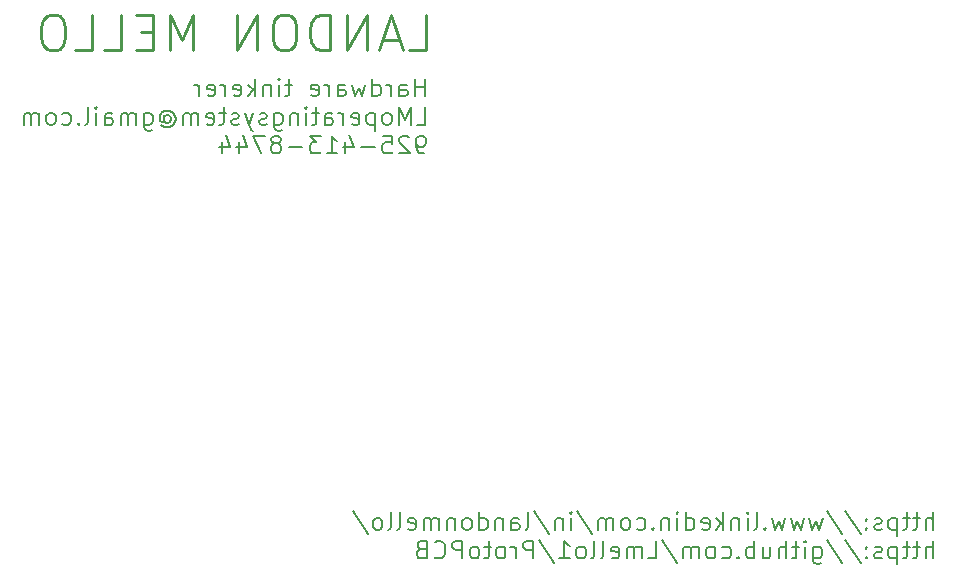
<source format=gbr>
%TF.GenerationSoftware,KiCad,Pcbnew,(6.0.5)*%
%TF.CreationDate,2022-07-14T17:11:25-07:00*%
%TF.ProjectId,PCBbuscard,50434262-7573-4636-9172-642e6b696361,rev?*%
%TF.SameCoordinates,Original*%
%TF.FileFunction,Legend,Bot*%
%TF.FilePolarity,Positive*%
%FSLAX46Y46*%
G04 Gerber Fmt 4.6, Leading zero omitted, Abs format (unit mm)*
G04 Created by KiCad (PCBNEW (6.0.5)) date 2022-07-14 17:11:25*
%MOMM*%
%LPD*%
G01*
G04 APERTURE LIST*
G04 Aperture macros list*
%AMHorizOval*
0 Thick line with rounded ends*
0 $1 width*
0 $2 $3 position (X,Y) of the first rounded end (center of the circle)*
0 $4 $5 position (X,Y) of the second rounded end (center of the circle)*
0 Add line between two ends*
20,1,$1,$2,$3,$4,$5,0*
0 Add two circle primitives to create the rounded ends*
1,1,$1,$2,$3*
1,1,$1,$4,$5*%
%AMRotRect*
0 Rectangle, with rotation*
0 The origin of the aperture is its center*
0 $1 length*
0 $2 width*
0 $3 Rotation angle, in degrees counterclockwise*
0 Add horizontal line*
21,1,$1,$2,0,0,$3*%
G04 Aperture macros list end*
%ADD10C,0.150000*%
%ADD11C,0.250000*%
%ADD12C,3.000000*%
%ADD13RotRect,1.000000X1.000000X45.000000*%
%ADD14HorizOval,1.000000X0.000000X0.000000X0.000000X0.000000X0*%
%ADD15RotRect,1.000000X1.000000X315.000000*%
%ADD16HorizOval,1.000000X0.000000X0.000000X0.000000X0.000000X0*%
%ADD17RotRect,1.000000X1.000000X135.000000*%
%ADD18HorizOval,1.000000X0.000000X0.000000X0.000000X0.000000X0*%
%ADD19RotRect,1.000000X1.000000X225.000000*%
%ADD20HorizOval,1.000000X0.000000X0.000000X0.000000X0.000000X0*%
G04 APERTURE END LIST*
D10*
X184545357Y-121971071D02*
X184545357Y-120471071D01*
X183902500Y-121971071D02*
X183902500Y-121185357D01*
X183973928Y-121042500D01*
X184116785Y-120971071D01*
X184331071Y-120971071D01*
X184473928Y-121042500D01*
X184545357Y-121113928D01*
X183402500Y-120971071D02*
X182831071Y-120971071D01*
X183188214Y-120471071D02*
X183188214Y-121756785D01*
X183116785Y-121899642D01*
X182973928Y-121971071D01*
X182831071Y-121971071D01*
X182545357Y-120971071D02*
X181973928Y-120971071D01*
X182331071Y-120471071D02*
X182331071Y-121756785D01*
X182259642Y-121899642D01*
X182116785Y-121971071D01*
X181973928Y-121971071D01*
X181473928Y-120971071D02*
X181473928Y-122471071D01*
X181473928Y-121042500D02*
X181331071Y-120971071D01*
X181045357Y-120971071D01*
X180902500Y-121042500D01*
X180831071Y-121113928D01*
X180759642Y-121256785D01*
X180759642Y-121685357D01*
X180831071Y-121828214D01*
X180902500Y-121899642D01*
X181045357Y-121971071D01*
X181331071Y-121971071D01*
X181473928Y-121899642D01*
X180188214Y-121899642D02*
X180045357Y-121971071D01*
X179759642Y-121971071D01*
X179616785Y-121899642D01*
X179545357Y-121756785D01*
X179545357Y-121685357D01*
X179616785Y-121542500D01*
X179759642Y-121471071D01*
X179973928Y-121471071D01*
X180116785Y-121399642D01*
X180188214Y-121256785D01*
X180188214Y-121185357D01*
X180116785Y-121042500D01*
X179973928Y-120971071D01*
X179759642Y-120971071D01*
X179616785Y-121042500D01*
X178902500Y-121828214D02*
X178831071Y-121899642D01*
X178902500Y-121971071D01*
X178973928Y-121899642D01*
X178902500Y-121828214D01*
X178902500Y-121971071D01*
X178902500Y-121042500D02*
X178831071Y-121113928D01*
X178902500Y-121185357D01*
X178973928Y-121113928D01*
X178902500Y-121042500D01*
X178902500Y-121185357D01*
X177116785Y-120399642D02*
X178402500Y-122328214D01*
X175545357Y-120399642D02*
X176831071Y-122328214D01*
X175188214Y-120971071D02*
X174902499Y-121971071D01*
X174616785Y-121256785D01*
X174331071Y-121971071D01*
X174045357Y-120971071D01*
X173616785Y-120971071D02*
X173331071Y-121971071D01*
X173045357Y-121256785D01*
X172759642Y-121971071D01*
X172473928Y-120971071D01*
X172045357Y-120971071D02*
X171759642Y-121971071D01*
X171473928Y-121256785D01*
X171188214Y-121971071D01*
X170902499Y-120971071D01*
X170331071Y-121828214D02*
X170259642Y-121899642D01*
X170331071Y-121971071D01*
X170402499Y-121899642D01*
X170331071Y-121828214D01*
X170331071Y-121971071D01*
X169402499Y-121971071D02*
X169545357Y-121899642D01*
X169616785Y-121756785D01*
X169616785Y-120471071D01*
X168831071Y-121971071D02*
X168831071Y-120971071D01*
X168831071Y-120471071D02*
X168902499Y-120542500D01*
X168831071Y-120613928D01*
X168759642Y-120542500D01*
X168831071Y-120471071D01*
X168831071Y-120613928D01*
X168116785Y-120971071D02*
X168116785Y-121971071D01*
X168116785Y-121113928D02*
X168045357Y-121042500D01*
X167902499Y-120971071D01*
X167688214Y-120971071D01*
X167545357Y-121042500D01*
X167473928Y-121185357D01*
X167473928Y-121971071D01*
X166759642Y-121971071D02*
X166759642Y-120471071D01*
X166616785Y-121399642D02*
X166188214Y-121971071D01*
X166188214Y-120971071D02*
X166759642Y-121542500D01*
X164973928Y-121899642D02*
X165116785Y-121971071D01*
X165402499Y-121971071D01*
X165545357Y-121899642D01*
X165616785Y-121756785D01*
X165616785Y-121185357D01*
X165545357Y-121042500D01*
X165402499Y-120971071D01*
X165116785Y-120971071D01*
X164973928Y-121042500D01*
X164902499Y-121185357D01*
X164902499Y-121328214D01*
X165616785Y-121471071D01*
X163616785Y-121971071D02*
X163616785Y-120471071D01*
X163616785Y-121899642D02*
X163759642Y-121971071D01*
X164045357Y-121971071D01*
X164188214Y-121899642D01*
X164259642Y-121828214D01*
X164331071Y-121685357D01*
X164331071Y-121256785D01*
X164259642Y-121113928D01*
X164188214Y-121042500D01*
X164045357Y-120971071D01*
X163759642Y-120971071D01*
X163616785Y-121042500D01*
X162902499Y-121971071D02*
X162902499Y-120971071D01*
X162902499Y-120471071D02*
X162973928Y-120542500D01*
X162902499Y-120613928D01*
X162831071Y-120542500D01*
X162902499Y-120471071D01*
X162902499Y-120613928D01*
X162188214Y-120971071D02*
X162188214Y-121971071D01*
X162188214Y-121113928D02*
X162116785Y-121042500D01*
X161973928Y-120971071D01*
X161759642Y-120971071D01*
X161616785Y-121042500D01*
X161545357Y-121185357D01*
X161545357Y-121971071D01*
X160831071Y-121828214D02*
X160759642Y-121899642D01*
X160831071Y-121971071D01*
X160902499Y-121899642D01*
X160831071Y-121828214D01*
X160831071Y-121971071D01*
X159473928Y-121899642D02*
X159616785Y-121971071D01*
X159902499Y-121971071D01*
X160045357Y-121899642D01*
X160116785Y-121828214D01*
X160188214Y-121685357D01*
X160188214Y-121256785D01*
X160116785Y-121113928D01*
X160045357Y-121042500D01*
X159902499Y-120971071D01*
X159616785Y-120971071D01*
X159473928Y-121042500D01*
X158616785Y-121971071D02*
X158759642Y-121899642D01*
X158831071Y-121828214D01*
X158902499Y-121685357D01*
X158902499Y-121256785D01*
X158831071Y-121113928D01*
X158759642Y-121042500D01*
X158616785Y-120971071D01*
X158402499Y-120971071D01*
X158259642Y-121042500D01*
X158188214Y-121113928D01*
X158116785Y-121256785D01*
X158116785Y-121685357D01*
X158188214Y-121828214D01*
X158259642Y-121899642D01*
X158402499Y-121971071D01*
X158616785Y-121971071D01*
X157473928Y-121971071D02*
X157473928Y-120971071D01*
X157473928Y-121113928D02*
X157402499Y-121042500D01*
X157259642Y-120971071D01*
X157045357Y-120971071D01*
X156902499Y-121042500D01*
X156831071Y-121185357D01*
X156831071Y-121971071D01*
X156831071Y-121185357D02*
X156759642Y-121042500D01*
X156616785Y-120971071D01*
X156402499Y-120971071D01*
X156259642Y-121042500D01*
X156188214Y-121185357D01*
X156188214Y-121971071D01*
X154402499Y-120399642D02*
X155688214Y-122328214D01*
X153902499Y-121971071D02*
X153902499Y-120971071D01*
X153902499Y-120471071D02*
X153973928Y-120542500D01*
X153902499Y-120613928D01*
X153831071Y-120542500D01*
X153902499Y-120471071D01*
X153902499Y-120613928D01*
X153188214Y-120971071D02*
X153188214Y-121971071D01*
X153188214Y-121113928D02*
X153116785Y-121042500D01*
X152973928Y-120971071D01*
X152759642Y-120971071D01*
X152616785Y-121042500D01*
X152545357Y-121185357D01*
X152545357Y-121971071D01*
X150759642Y-120399642D02*
X152045357Y-122328214D01*
X150045357Y-121971071D02*
X150188214Y-121899642D01*
X150259642Y-121756785D01*
X150259642Y-120471071D01*
X148831071Y-121971071D02*
X148831071Y-121185357D01*
X148902499Y-121042500D01*
X149045357Y-120971071D01*
X149331071Y-120971071D01*
X149473928Y-121042500D01*
X148831071Y-121899642D02*
X148973928Y-121971071D01*
X149331071Y-121971071D01*
X149473928Y-121899642D01*
X149545357Y-121756785D01*
X149545357Y-121613928D01*
X149473928Y-121471071D01*
X149331071Y-121399642D01*
X148973928Y-121399642D01*
X148831071Y-121328214D01*
X148116785Y-120971071D02*
X148116785Y-121971071D01*
X148116785Y-121113928D02*
X148045357Y-121042500D01*
X147902499Y-120971071D01*
X147688214Y-120971071D01*
X147545357Y-121042500D01*
X147473928Y-121185357D01*
X147473928Y-121971071D01*
X146116785Y-121971071D02*
X146116785Y-120471071D01*
X146116785Y-121899642D02*
X146259642Y-121971071D01*
X146545357Y-121971071D01*
X146688214Y-121899642D01*
X146759642Y-121828214D01*
X146831071Y-121685357D01*
X146831071Y-121256785D01*
X146759642Y-121113928D01*
X146688214Y-121042500D01*
X146545357Y-120971071D01*
X146259642Y-120971071D01*
X146116785Y-121042500D01*
X145188214Y-121971071D02*
X145331071Y-121899642D01*
X145402499Y-121828214D01*
X145473928Y-121685357D01*
X145473928Y-121256785D01*
X145402499Y-121113928D01*
X145331071Y-121042500D01*
X145188214Y-120971071D01*
X144973928Y-120971071D01*
X144831071Y-121042500D01*
X144759642Y-121113928D01*
X144688214Y-121256785D01*
X144688214Y-121685357D01*
X144759642Y-121828214D01*
X144831071Y-121899642D01*
X144973928Y-121971071D01*
X145188214Y-121971071D01*
X144045357Y-120971071D02*
X144045357Y-121971071D01*
X144045357Y-121113928D02*
X143973928Y-121042500D01*
X143831071Y-120971071D01*
X143616785Y-120971071D01*
X143473928Y-121042500D01*
X143402499Y-121185357D01*
X143402499Y-121971071D01*
X142688214Y-121971071D02*
X142688214Y-120971071D01*
X142688214Y-121113928D02*
X142616785Y-121042500D01*
X142473928Y-120971071D01*
X142259642Y-120971071D01*
X142116785Y-121042500D01*
X142045357Y-121185357D01*
X142045357Y-121971071D01*
X142045357Y-121185357D02*
X141973928Y-121042500D01*
X141831071Y-120971071D01*
X141616785Y-120971071D01*
X141473928Y-121042500D01*
X141402499Y-121185357D01*
X141402499Y-121971071D01*
X140116785Y-121899642D02*
X140259642Y-121971071D01*
X140545357Y-121971071D01*
X140688214Y-121899642D01*
X140759642Y-121756785D01*
X140759642Y-121185357D01*
X140688214Y-121042500D01*
X140545357Y-120971071D01*
X140259642Y-120971071D01*
X140116785Y-121042500D01*
X140045357Y-121185357D01*
X140045357Y-121328214D01*
X140759642Y-121471071D01*
X139188214Y-121971071D02*
X139331071Y-121899642D01*
X139402499Y-121756785D01*
X139402499Y-120471071D01*
X138402499Y-121971071D02*
X138545357Y-121899642D01*
X138616785Y-121756785D01*
X138616785Y-120471071D01*
X137616785Y-121971071D02*
X137759642Y-121899642D01*
X137831071Y-121828214D01*
X137902499Y-121685357D01*
X137902499Y-121256785D01*
X137831071Y-121113928D01*
X137759642Y-121042500D01*
X137616785Y-120971071D01*
X137402499Y-120971071D01*
X137259642Y-121042500D01*
X137188214Y-121113928D01*
X137116785Y-121256785D01*
X137116785Y-121685357D01*
X137188214Y-121828214D01*
X137259642Y-121899642D01*
X137402499Y-121971071D01*
X137616785Y-121971071D01*
X135402499Y-120399642D02*
X136688214Y-122328214D01*
X184545357Y-124386071D02*
X184545357Y-122886071D01*
X183902500Y-124386071D02*
X183902500Y-123600357D01*
X183973928Y-123457500D01*
X184116785Y-123386071D01*
X184331071Y-123386071D01*
X184473928Y-123457500D01*
X184545357Y-123528928D01*
X183402500Y-123386071D02*
X182831071Y-123386071D01*
X183188214Y-122886071D02*
X183188214Y-124171785D01*
X183116785Y-124314642D01*
X182973928Y-124386071D01*
X182831071Y-124386071D01*
X182545357Y-123386071D02*
X181973928Y-123386071D01*
X182331071Y-122886071D02*
X182331071Y-124171785D01*
X182259642Y-124314642D01*
X182116785Y-124386071D01*
X181973928Y-124386071D01*
X181473928Y-123386071D02*
X181473928Y-124886071D01*
X181473928Y-123457500D02*
X181331071Y-123386071D01*
X181045357Y-123386071D01*
X180902500Y-123457500D01*
X180831071Y-123528928D01*
X180759642Y-123671785D01*
X180759642Y-124100357D01*
X180831071Y-124243214D01*
X180902500Y-124314642D01*
X181045357Y-124386071D01*
X181331071Y-124386071D01*
X181473928Y-124314642D01*
X180188214Y-124314642D02*
X180045357Y-124386071D01*
X179759642Y-124386071D01*
X179616785Y-124314642D01*
X179545357Y-124171785D01*
X179545357Y-124100357D01*
X179616785Y-123957500D01*
X179759642Y-123886071D01*
X179973928Y-123886071D01*
X180116785Y-123814642D01*
X180188214Y-123671785D01*
X180188214Y-123600357D01*
X180116785Y-123457500D01*
X179973928Y-123386071D01*
X179759642Y-123386071D01*
X179616785Y-123457500D01*
X178902500Y-124243214D02*
X178831071Y-124314642D01*
X178902500Y-124386071D01*
X178973928Y-124314642D01*
X178902500Y-124243214D01*
X178902500Y-124386071D01*
X178902500Y-123457500D02*
X178831071Y-123528928D01*
X178902500Y-123600357D01*
X178973928Y-123528928D01*
X178902500Y-123457500D01*
X178902500Y-123600357D01*
X177116785Y-122814642D02*
X178402500Y-124743214D01*
X175545357Y-122814642D02*
X176831071Y-124743214D01*
X174402500Y-123386071D02*
X174402500Y-124600357D01*
X174473928Y-124743214D01*
X174545357Y-124814642D01*
X174688214Y-124886071D01*
X174902500Y-124886071D01*
X175045357Y-124814642D01*
X174402500Y-124314642D02*
X174545357Y-124386071D01*
X174831071Y-124386071D01*
X174973928Y-124314642D01*
X175045357Y-124243214D01*
X175116785Y-124100357D01*
X175116785Y-123671785D01*
X175045357Y-123528928D01*
X174973928Y-123457500D01*
X174831071Y-123386071D01*
X174545357Y-123386071D01*
X174402500Y-123457500D01*
X173688214Y-124386071D02*
X173688214Y-123386071D01*
X173688214Y-122886071D02*
X173759642Y-122957500D01*
X173688214Y-123028928D01*
X173616785Y-122957500D01*
X173688214Y-122886071D01*
X173688214Y-123028928D01*
X173188214Y-123386071D02*
X172616785Y-123386071D01*
X172973928Y-122886071D02*
X172973928Y-124171785D01*
X172902500Y-124314642D01*
X172759642Y-124386071D01*
X172616785Y-124386071D01*
X172116785Y-124386071D02*
X172116785Y-122886071D01*
X171473928Y-124386071D02*
X171473928Y-123600357D01*
X171545357Y-123457500D01*
X171688214Y-123386071D01*
X171902500Y-123386071D01*
X172045357Y-123457500D01*
X172116785Y-123528928D01*
X170116785Y-123386071D02*
X170116785Y-124386071D01*
X170759642Y-123386071D02*
X170759642Y-124171785D01*
X170688214Y-124314642D01*
X170545357Y-124386071D01*
X170331071Y-124386071D01*
X170188214Y-124314642D01*
X170116785Y-124243214D01*
X169402500Y-124386071D02*
X169402500Y-122886071D01*
X169402500Y-123457500D02*
X169259642Y-123386071D01*
X168973928Y-123386071D01*
X168831071Y-123457500D01*
X168759642Y-123528928D01*
X168688214Y-123671785D01*
X168688214Y-124100357D01*
X168759642Y-124243214D01*
X168831071Y-124314642D01*
X168973928Y-124386071D01*
X169259642Y-124386071D01*
X169402500Y-124314642D01*
X168045357Y-124243214D02*
X167973928Y-124314642D01*
X168045357Y-124386071D01*
X168116785Y-124314642D01*
X168045357Y-124243214D01*
X168045357Y-124386071D01*
X166688214Y-124314642D02*
X166831071Y-124386071D01*
X167116785Y-124386071D01*
X167259642Y-124314642D01*
X167331071Y-124243214D01*
X167402500Y-124100357D01*
X167402500Y-123671785D01*
X167331071Y-123528928D01*
X167259642Y-123457500D01*
X167116785Y-123386071D01*
X166831071Y-123386071D01*
X166688214Y-123457500D01*
X165831071Y-124386071D02*
X165973928Y-124314642D01*
X166045357Y-124243214D01*
X166116785Y-124100357D01*
X166116785Y-123671785D01*
X166045357Y-123528928D01*
X165973928Y-123457500D01*
X165831071Y-123386071D01*
X165616785Y-123386071D01*
X165473928Y-123457500D01*
X165402500Y-123528928D01*
X165331071Y-123671785D01*
X165331071Y-124100357D01*
X165402500Y-124243214D01*
X165473928Y-124314642D01*
X165616785Y-124386071D01*
X165831071Y-124386071D01*
X164688214Y-124386071D02*
X164688214Y-123386071D01*
X164688214Y-123528928D02*
X164616785Y-123457500D01*
X164473928Y-123386071D01*
X164259642Y-123386071D01*
X164116785Y-123457500D01*
X164045357Y-123600357D01*
X164045357Y-124386071D01*
X164045357Y-123600357D02*
X163973928Y-123457500D01*
X163831071Y-123386071D01*
X163616785Y-123386071D01*
X163473928Y-123457500D01*
X163402500Y-123600357D01*
X163402500Y-124386071D01*
X161616785Y-122814642D02*
X162902500Y-124743214D01*
X160402500Y-124386071D02*
X161116785Y-124386071D01*
X161116785Y-122886071D01*
X159902500Y-124386071D02*
X159902500Y-123386071D01*
X159902500Y-123528928D02*
X159831071Y-123457500D01*
X159688214Y-123386071D01*
X159473928Y-123386071D01*
X159331071Y-123457500D01*
X159259642Y-123600357D01*
X159259642Y-124386071D01*
X159259642Y-123600357D02*
X159188214Y-123457500D01*
X159045357Y-123386071D01*
X158831071Y-123386071D01*
X158688214Y-123457500D01*
X158616785Y-123600357D01*
X158616785Y-124386071D01*
X157331071Y-124314642D02*
X157473928Y-124386071D01*
X157759642Y-124386071D01*
X157902500Y-124314642D01*
X157973928Y-124171785D01*
X157973928Y-123600357D01*
X157902500Y-123457500D01*
X157759642Y-123386071D01*
X157473928Y-123386071D01*
X157331071Y-123457500D01*
X157259642Y-123600357D01*
X157259642Y-123743214D01*
X157973928Y-123886071D01*
X156402500Y-124386071D02*
X156545357Y-124314642D01*
X156616785Y-124171785D01*
X156616785Y-122886071D01*
X155616785Y-124386071D02*
X155759642Y-124314642D01*
X155831071Y-124171785D01*
X155831071Y-122886071D01*
X154831071Y-124386071D02*
X154973928Y-124314642D01*
X155045357Y-124243214D01*
X155116785Y-124100357D01*
X155116785Y-123671785D01*
X155045357Y-123528928D01*
X154973928Y-123457500D01*
X154831071Y-123386071D01*
X154616785Y-123386071D01*
X154473928Y-123457500D01*
X154402500Y-123528928D01*
X154331071Y-123671785D01*
X154331071Y-124100357D01*
X154402500Y-124243214D01*
X154473928Y-124314642D01*
X154616785Y-124386071D01*
X154831071Y-124386071D01*
X152902500Y-124386071D02*
X153759642Y-124386071D01*
X153331071Y-124386071D02*
X153331071Y-122886071D01*
X153473928Y-123100357D01*
X153616785Y-123243214D01*
X153759642Y-123314642D01*
X151188214Y-122814642D02*
X152473928Y-124743214D01*
X150688214Y-124386071D02*
X150688214Y-122886071D01*
X150116785Y-122886071D01*
X149973928Y-122957500D01*
X149902500Y-123028928D01*
X149831071Y-123171785D01*
X149831071Y-123386071D01*
X149902500Y-123528928D01*
X149973928Y-123600357D01*
X150116785Y-123671785D01*
X150688214Y-123671785D01*
X149188214Y-124386071D02*
X149188214Y-123386071D01*
X149188214Y-123671785D02*
X149116785Y-123528928D01*
X149045357Y-123457500D01*
X148902500Y-123386071D01*
X148759642Y-123386071D01*
X148045357Y-124386071D02*
X148188214Y-124314642D01*
X148259642Y-124243214D01*
X148331071Y-124100357D01*
X148331071Y-123671785D01*
X148259642Y-123528928D01*
X148188214Y-123457500D01*
X148045357Y-123386071D01*
X147831071Y-123386071D01*
X147688214Y-123457500D01*
X147616785Y-123528928D01*
X147545357Y-123671785D01*
X147545357Y-124100357D01*
X147616785Y-124243214D01*
X147688214Y-124314642D01*
X147831071Y-124386071D01*
X148045357Y-124386071D01*
X147116785Y-123386071D02*
X146545357Y-123386071D01*
X146902500Y-122886071D02*
X146902500Y-124171785D01*
X146831071Y-124314642D01*
X146688214Y-124386071D01*
X146545357Y-124386071D01*
X145831071Y-124386071D02*
X145973928Y-124314642D01*
X146045357Y-124243214D01*
X146116785Y-124100357D01*
X146116785Y-123671785D01*
X146045357Y-123528928D01*
X145973928Y-123457500D01*
X145831071Y-123386071D01*
X145616785Y-123386071D01*
X145473928Y-123457500D01*
X145402500Y-123528928D01*
X145331071Y-123671785D01*
X145331071Y-124100357D01*
X145402500Y-124243214D01*
X145473928Y-124314642D01*
X145616785Y-124386071D01*
X145831071Y-124386071D01*
X144688214Y-124386071D02*
X144688214Y-122886071D01*
X144116785Y-122886071D01*
X143973928Y-122957500D01*
X143902500Y-123028928D01*
X143831071Y-123171785D01*
X143831071Y-123386071D01*
X143902500Y-123528928D01*
X143973928Y-123600357D01*
X144116785Y-123671785D01*
X144688214Y-123671785D01*
X142331071Y-124243214D02*
X142402500Y-124314642D01*
X142616785Y-124386071D01*
X142759642Y-124386071D01*
X142973928Y-124314642D01*
X143116785Y-124171785D01*
X143188214Y-124028928D01*
X143259642Y-123743214D01*
X143259642Y-123528928D01*
X143188214Y-123243214D01*
X143116785Y-123100357D01*
X142973928Y-122957500D01*
X142759642Y-122886071D01*
X142616785Y-122886071D01*
X142402500Y-122957500D01*
X142331071Y-123028928D01*
X141188214Y-123600357D02*
X140973928Y-123671785D01*
X140902500Y-123743214D01*
X140831071Y-123886071D01*
X140831071Y-124100357D01*
X140902500Y-124243214D01*
X140973928Y-124314642D01*
X141116785Y-124386071D01*
X141688214Y-124386071D01*
X141688214Y-122886071D01*
X141188214Y-122886071D01*
X141045357Y-122957500D01*
X140973928Y-123028928D01*
X140902500Y-123171785D01*
X140902500Y-123314642D01*
X140973928Y-123457500D01*
X141045357Y-123528928D01*
X141188214Y-123600357D01*
X141688214Y-123600357D01*
X141545357Y-85263571D02*
X141545357Y-83763571D01*
X141545357Y-84477857D02*
X140688214Y-84477857D01*
X140688214Y-85263571D02*
X140688214Y-83763571D01*
X139331071Y-85263571D02*
X139331071Y-84477857D01*
X139402500Y-84335000D01*
X139545357Y-84263571D01*
X139831071Y-84263571D01*
X139973928Y-84335000D01*
X139331071Y-85192142D02*
X139473928Y-85263571D01*
X139831071Y-85263571D01*
X139973928Y-85192142D01*
X140045357Y-85049285D01*
X140045357Y-84906428D01*
X139973928Y-84763571D01*
X139831071Y-84692142D01*
X139473928Y-84692142D01*
X139331071Y-84620714D01*
X138616785Y-85263571D02*
X138616785Y-84263571D01*
X138616785Y-84549285D02*
X138545357Y-84406428D01*
X138473928Y-84335000D01*
X138331071Y-84263571D01*
X138188214Y-84263571D01*
X137045357Y-85263571D02*
X137045357Y-83763571D01*
X137045357Y-85192142D02*
X137188214Y-85263571D01*
X137473928Y-85263571D01*
X137616785Y-85192142D01*
X137688214Y-85120714D01*
X137759642Y-84977857D01*
X137759642Y-84549285D01*
X137688214Y-84406428D01*
X137616785Y-84335000D01*
X137473928Y-84263571D01*
X137188214Y-84263571D01*
X137045357Y-84335000D01*
X136473928Y-84263571D02*
X136188214Y-85263571D01*
X135902500Y-84549285D01*
X135616785Y-85263571D01*
X135331071Y-84263571D01*
X134116785Y-85263571D02*
X134116785Y-84477857D01*
X134188214Y-84335000D01*
X134331071Y-84263571D01*
X134616785Y-84263571D01*
X134759642Y-84335000D01*
X134116785Y-85192142D02*
X134259642Y-85263571D01*
X134616785Y-85263571D01*
X134759642Y-85192142D01*
X134831071Y-85049285D01*
X134831071Y-84906428D01*
X134759642Y-84763571D01*
X134616785Y-84692142D01*
X134259642Y-84692142D01*
X134116785Y-84620714D01*
X133402500Y-85263571D02*
X133402500Y-84263571D01*
X133402500Y-84549285D02*
X133331071Y-84406428D01*
X133259642Y-84335000D01*
X133116785Y-84263571D01*
X132973928Y-84263571D01*
X131902500Y-85192142D02*
X132045357Y-85263571D01*
X132331071Y-85263571D01*
X132473928Y-85192142D01*
X132545357Y-85049285D01*
X132545357Y-84477857D01*
X132473928Y-84335000D01*
X132331071Y-84263571D01*
X132045357Y-84263571D01*
X131902500Y-84335000D01*
X131831071Y-84477857D01*
X131831071Y-84620714D01*
X132545357Y-84763571D01*
X130259642Y-84263571D02*
X129688214Y-84263571D01*
X130045357Y-83763571D02*
X130045357Y-85049285D01*
X129973928Y-85192142D01*
X129831071Y-85263571D01*
X129688214Y-85263571D01*
X129188214Y-85263571D02*
X129188214Y-84263571D01*
X129188214Y-83763571D02*
X129259642Y-83835000D01*
X129188214Y-83906428D01*
X129116785Y-83835000D01*
X129188214Y-83763571D01*
X129188214Y-83906428D01*
X128473928Y-84263571D02*
X128473928Y-85263571D01*
X128473928Y-84406428D02*
X128402500Y-84335000D01*
X128259642Y-84263571D01*
X128045357Y-84263571D01*
X127902500Y-84335000D01*
X127831071Y-84477857D01*
X127831071Y-85263571D01*
X127116785Y-85263571D02*
X127116785Y-83763571D01*
X126973928Y-84692142D02*
X126545357Y-85263571D01*
X126545357Y-84263571D02*
X127116785Y-84835000D01*
X125331071Y-85192142D02*
X125473928Y-85263571D01*
X125759642Y-85263571D01*
X125902500Y-85192142D01*
X125973928Y-85049285D01*
X125973928Y-84477857D01*
X125902500Y-84335000D01*
X125759642Y-84263571D01*
X125473928Y-84263571D01*
X125331071Y-84335000D01*
X125259642Y-84477857D01*
X125259642Y-84620714D01*
X125973928Y-84763571D01*
X124616785Y-85263571D02*
X124616785Y-84263571D01*
X124616785Y-84549285D02*
X124545357Y-84406428D01*
X124473928Y-84335000D01*
X124331071Y-84263571D01*
X124188214Y-84263571D01*
X123116785Y-85192142D02*
X123259642Y-85263571D01*
X123545357Y-85263571D01*
X123688214Y-85192142D01*
X123759642Y-85049285D01*
X123759642Y-84477857D01*
X123688214Y-84335000D01*
X123545357Y-84263571D01*
X123259642Y-84263571D01*
X123116785Y-84335000D01*
X123045357Y-84477857D01*
X123045357Y-84620714D01*
X123759642Y-84763571D01*
X122402500Y-85263571D02*
X122402500Y-84263571D01*
X122402500Y-84549285D02*
X122331071Y-84406428D01*
X122259642Y-84335000D01*
X122116785Y-84263571D01*
X121973928Y-84263571D01*
X140831071Y-87678571D02*
X141545357Y-87678571D01*
X141545357Y-86178571D01*
X140331071Y-87678571D02*
X140331071Y-86178571D01*
X139831071Y-87250000D01*
X139331071Y-86178571D01*
X139331071Y-87678571D01*
X138402500Y-87678571D02*
X138545357Y-87607142D01*
X138616785Y-87535714D01*
X138688214Y-87392857D01*
X138688214Y-86964285D01*
X138616785Y-86821428D01*
X138545357Y-86750000D01*
X138402500Y-86678571D01*
X138188214Y-86678571D01*
X138045357Y-86750000D01*
X137973928Y-86821428D01*
X137902500Y-86964285D01*
X137902500Y-87392857D01*
X137973928Y-87535714D01*
X138045357Y-87607142D01*
X138188214Y-87678571D01*
X138402500Y-87678571D01*
X137259642Y-86678571D02*
X137259642Y-88178571D01*
X137259642Y-86750000D02*
X137116785Y-86678571D01*
X136831071Y-86678571D01*
X136688214Y-86750000D01*
X136616785Y-86821428D01*
X136545357Y-86964285D01*
X136545357Y-87392857D01*
X136616785Y-87535714D01*
X136688214Y-87607142D01*
X136831071Y-87678571D01*
X137116785Y-87678571D01*
X137259642Y-87607142D01*
X135331071Y-87607142D02*
X135473928Y-87678571D01*
X135759642Y-87678571D01*
X135902500Y-87607142D01*
X135973928Y-87464285D01*
X135973928Y-86892857D01*
X135902500Y-86750000D01*
X135759642Y-86678571D01*
X135473928Y-86678571D01*
X135331071Y-86750000D01*
X135259642Y-86892857D01*
X135259642Y-87035714D01*
X135973928Y-87178571D01*
X134616785Y-87678571D02*
X134616785Y-86678571D01*
X134616785Y-86964285D02*
X134545357Y-86821428D01*
X134473928Y-86750000D01*
X134331071Y-86678571D01*
X134188214Y-86678571D01*
X133045357Y-87678571D02*
X133045357Y-86892857D01*
X133116785Y-86750000D01*
X133259642Y-86678571D01*
X133545357Y-86678571D01*
X133688214Y-86750000D01*
X133045357Y-87607142D02*
X133188214Y-87678571D01*
X133545357Y-87678571D01*
X133688214Y-87607142D01*
X133759642Y-87464285D01*
X133759642Y-87321428D01*
X133688214Y-87178571D01*
X133545357Y-87107142D01*
X133188214Y-87107142D01*
X133045357Y-87035714D01*
X132545357Y-86678571D02*
X131973928Y-86678571D01*
X132331071Y-86178571D02*
X132331071Y-87464285D01*
X132259642Y-87607142D01*
X132116785Y-87678571D01*
X131973928Y-87678571D01*
X131473928Y-87678571D02*
X131473928Y-86678571D01*
X131473928Y-86178571D02*
X131545357Y-86250000D01*
X131473928Y-86321428D01*
X131402500Y-86250000D01*
X131473928Y-86178571D01*
X131473928Y-86321428D01*
X130759642Y-86678571D02*
X130759642Y-87678571D01*
X130759642Y-86821428D02*
X130688214Y-86750000D01*
X130545357Y-86678571D01*
X130331071Y-86678571D01*
X130188214Y-86750000D01*
X130116785Y-86892857D01*
X130116785Y-87678571D01*
X128759642Y-86678571D02*
X128759642Y-87892857D01*
X128831071Y-88035714D01*
X128902500Y-88107142D01*
X129045357Y-88178571D01*
X129259642Y-88178571D01*
X129402500Y-88107142D01*
X128759642Y-87607142D02*
X128902500Y-87678571D01*
X129188214Y-87678571D01*
X129331071Y-87607142D01*
X129402500Y-87535714D01*
X129473928Y-87392857D01*
X129473928Y-86964285D01*
X129402500Y-86821428D01*
X129331071Y-86750000D01*
X129188214Y-86678571D01*
X128902500Y-86678571D01*
X128759642Y-86750000D01*
X128116785Y-87607142D02*
X127973928Y-87678571D01*
X127688214Y-87678571D01*
X127545357Y-87607142D01*
X127473928Y-87464285D01*
X127473928Y-87392857D01*
X127545357Y-87250000D01*
X127688214Y-87178571D01*
X127902500Y-87178571D01*
X128045357Y-87107142D01*
X128116785Y-86964285D01*
X128116785Y-86892857D01*
X128045357Y-86750000D01*
X127902500Y-86678571D01*
X127688214Y-86678571D01*
X127545357Y-86750000D01*
X126973928Y-86678571D02*
X126616785Y-87678571D01*
X126259642Y-86678571D02*
X126616785Y-87678571D01*
X126759642Y-88035714D01*
X126831071Y-88107142D01*
X126973928Y-88178571D01*
X125759642Y-87607142D02*
X125616785Y-87678571D01*
X125331071Y-87678571D01*
X125188214Y-87607142D01*
X125116785Y-87464285D01*
X125116785Y-87392857D01*
X125188214Y-87250000D01*
X125331071Y-87178571D01*
X125545357Y-87178571D01*
X125688214Y-87107142D01*
X125759642Y-86964285D01*
X125759642Y-86892857D01*
X125688214Y-86750000D01*
X125545357Y-86678571D01*
X125331071Y-86678571D01*
X125188214Y-86750000D01*
X124688214Y-86678571D02*
X124116785Y-86678571D01*
X124473928Y-86178571D02*
X124473928Y-87464285D01*
X124402500Y-87607142D01*
X124259642Y-87678571D01*
X124116785Y-87678571D01*
X123045357Y-87607142D02*
X123188214Y-87678571D01*
X123473928Y-87678571D01*
X123616785Y-87607142D01*
X123688214Y-87464285D01*
X123688214Y-86892857D01*
X123616785Y-86750000D01*
X123473928Y-86678571D01*
X123188214Y-86678571D01*
X123045357Y-86750000D01*
X122973928Y-86892857D01*
X122973928Y-87035714D01*
X123688214Y-87178571D01*
X122331071Y-87678571D02*
X122331071Y-86678571D01*
X122331071Y-86821428D02*
X122259642Y-86750000D01*
X122116785Y-86678571D01*
X121902500Y-86678571D01*
X121759642Y-86750000D01*
X121688214Y-86892857D01*
X121688214Y-87678571D01*
X121688214Y-86892857D02*
X121616785Y-86750000D01*
X121473928Y-86678571D01*
X121259642Y-86678571D01*
X121116785Y-86750000D01*
X121045357Y-86892857D01*
X121045357Y-87678571D01*
X119402500Y-86964285D02*
X119473928Y-86892857D01*
X119616785Y-86821428D01*
X119759642Y-86821428D01*
X119902500Y-86892857D01*
X119973928Y-86964285D01*
X120045357Y-87107142D01*
X120045357Y-87250000D01*
X119973928Y-87392857D01*
X119902500Y-87464285D01*
X119759642Y-87535714D01*
X119616785Y-87535714D01*
X119473928Y-87464285D01*
X119402500Y-87392857D01*
X119402500Y-86821428D02*
X119402500Y-87392857D01*
X119331071Y-87464285D01*
X119259642Y-87464285D01*
X119116785Y-87392857D01*
X119045357Y-87250000D01*
X119045357Y-86892857D01*
X119188214Y-86678571D01*
X119402500Y-86535714D01*
X119688214Y-86464285D01*
X119973928Y-86535714D01*
X120188214Y-86678571D01*
X120331071Y-86892857D01*
X120402500Y-87178571D01*
X120331071Y-87464285D01*
X120188214Y-87678571D01*
X119973928Y-87821428D01*
X119688214Y-87892857D01*
X119402500Y-87821428D01*
X119188214Y-87678571D01*
X117759642Y-86678571D02*
X117759642Y-87892857D01*
X117831071Y-88035714D01*
X117902500Y-88107142D01*
X118045357Y-88178571D01*
X118259642Y-88178571D01*
X118402500Y-88107142D01*
X117759642Y-87607142D02*
X117902500Y-87678571D01*
X118188214Y-87678571D01*
X118331071Y-87607142D01*
X118402500Y-87535714D01*
X118473928Y-87392857D01*
X118473928Y-86964285D01*
X118402500Y-86821428D01*
X118331071Y-86750000D01*
X118188214Y-86678571D01*
X117902500Y-86678571D01*
X117759642Y-86750000D01*
X117045357Y-87678571D02*
X117045357Y-86678571D01*
X117045357Y-86821428D02*
X116973928Y-86750000D01*
X116831071Y-86678571D01*
X116616785Y-86678571D01*
X116473928Y-86750000D01*
X116402500Y-86892857D01*
X116402500Y-87678571D01*
X116402500Y-86892857D02*
X116331071Y-86750000D01*
X116188214Y-86678571D01*
X115973928Y-86678571D01*
X115831071Y-86750000D01*
X115759642Y-86892857D01*
X115759642Y-87678571D01*
X114402500Y-87678571D02*
X114402500Y-86892857D01*
X114473928Y-86750000D01*
X114616785Y-86678571D01*
X114902500Y-86678571D01*
X115045357Y-86750000D01*
X114402500Y-87607142D02*
X114545357Y-87678571D01*
X114902500Y-87678571D01*
X115045357Y-87607142D01*
X115116785Y-87464285D01*
X115116785Y-87321428D01*
X115045357Y-87178571D01*
X114902500Y-87107142D01*
X114545357Y-87107142D01*
X114402500Y-87035714D01*
X113688214Y-87678571D02*
X113688214Y-86678571D01*
X113688214Y-86178571D02*
X113759642Y-86250000D01*
X113688214Y-86321428D01*
X113616785Y-86250000D01*
X113688214Y-86178571D01*
X113688214Y-86321428D01*
X112759642Y-87678571D02*
X112902500Y-87607142D01*
X112973928Y-87464285D01*
X112973928Y-86178571D01*
X112188214Y-87535714D02*
X112116785Y-87607142D01*
X112188214Y-87678571D01*
X112259642Y-87607142D01*
X112188214Y-87535714D01*
X112188214Y-87678571D01*
X110831071Y-87607142D02*
X110973928Y-87678571D01*
X111259642Y-87678571D01*
X111402500Y-87607142D01*
X111473928Y-87535714D01*
X111545357Y-87392857D01*
X111545357Y-86964285D01*
X111473928Y-86821428D01*
X111402500Y-86750000D01*
X111259642Y-86678571D01*
X110973928Y-86678571D01*
X110831071Y-86750000D01*
X109973928Y-87678571D02*
X110116785Y-87607142D01*
X110188214Y-87535714D01*
X110259642Y-87392857D01*
X110259642Y-86964285D01*
X110188214Y-86821428D01*
X110116785Y-86750000D01*
X109973928Y-86678571D01*
X109759642Y-86678571D01*
X109616785Y-86750000D01*
X109545357Y-86821428D01*
X109473928Y-86964285D01*
X109473928Y-87392857D01*
X109545357Y-87535714D01*
X109616785Y-87607142D01*
X109759642Y-87678571D01*
X109973928Y-87678571D01*
X108831071Y-87678571D02*
X108831071Y-86678571D01*
X108831071Y-86821428D02*
X108759642Y-86750000D01*
X108616785Y-86678571D01*
X108402500Y-86678571D01*
X108259642Y-86750000D01*
X108188214Y-86892857D01*
X108188214Y-87678571D01*
X108188214Y-86892857D02*
X108116785Y-86750000D01*
X107973928Y-86678571D01*
X107759642Y-86678571D01*
X107616785Y-86750000D01*
X107545357Y-86892857D01*
X107545357Y-87678571D01*
X141473928Y-90093571D02*
X141188214Y-90093571D01*
X141045357Y-90022142D01*
X140973928Y-89950714D01*
X140831071Y-89736428D01*
X140759642Y-89450714D01*
X140759642Y-88879285D01*
X140831071Y-88736428D01*
X140902500Y-88665000D01*
X141045357Y-88593571D01*
X141331071Y-88593571D01*
X141473928Y-88665000D01*
X141545357Y-88736428D01*
X141616785Y-88879285D01*
X141616785Y-89236428D01*
X141545357Y-89379285D01*
X141473928Y-89450714D01*
X141331071Y-89522142D01*
X141045357Y-89522142D01*
X140902500Y-89450714D01*
X140831071Y-89379285D01*
X140759642Y-89236428D01*
X140188214Y-88736428D02*
X140116785Y-88665000D01*
X139973928Y-88593571D01*
X139616785Y-88593571D01*
X139473928Y-88665000D01*
X139402500Y-88736428D01*
X139331071Y-88879285D01*
X139331071Y-89022142D01*
X139402500Y-89236428D01*
X140259642Y-90093571D01*
X139331071Y-90093571D01*
X137973928Y-88593571D02*
X138688214Y-88593571D01*
X138759642Y-89307857D01*
X138688214Y-89236428D01*
X138545357Y-89165000D01*
X138188214Y-89165000D01*
X138045357Y-89236428D01*
X137973928Y-89307857D01*
X137902500Y-89450714D01*
X137902500Y-89807857D01*
X137973928Y-89950714D01*
X138045357Y-90022142D01*
X138188214Y-90093571D01*
X138545357Y-90093571D01*
X138688214Y-90022142D01*
X138759642Y-89950714D01*
X137259642Y-89522142D02*
X136116785Y-89522142D01*
X134759642Y-89093571D02*
X134759642Y-90093571D01*
X135116785Y-88522142D02*
X135473928Y-89593571D01*
X134545357Y-89593571D01*
X133188214Y-90093571D02*
X134045357Y-90093571D01*
X133616785Y-90093571D02*
X133616785Y-88593571D01*
X133759642Y-88807857D01*
X133902500Y-88950714D01*
X134045357Y-89022142D01*
X132688214Y-88593571D02*
X131759642Y-88593571D01*
X132259642Y-89165000D01*
X132045357Y-89165000D01*
X131902500Y-89236428D01*
X131831071Y-89307857D01*
X131759642Y-89450714D01*
X131759642Y-89807857D01*
X131831071Y-89950714D01*
X131902500Y-90022142D01*
X132045357Y-90093571D01*
X132473928Y-90093571D01*
X132616785Y-90022142D01*
X132688214Y-89950714D01*
X131116785Y-89522142D02*
X129973928Y-89522142D01*
X129045357Y-89236428D02*
X129188214Y-89165000D01*
X129259642Y-89093571D01*
X129331071Y-88950714D01*
X129331071Y-88879285D01*
X129259642Y-88736428D01*
X129188214Y-88665000D01*
X129045357Y-88593571D01*
X128759642Y-88593571D01*
X128616785Y-88665000D01*
X128545357Y-88736428D01*
X128473928Y-88879285D01*
X128473928Y-88950714D01*
X128545357Y-89093571D01*
X128616785Y-89165000D01*
X128759642Y-89236428D01*
X129045357Y-89236428D01*
X129188214Y-89307857D01*
X129259642Y-89379285D01*
X129331071Y-89522142D01*
X129331071Y-89807857D01*
X129259642Y-89950714D01*
X129188214Y-90022142D01*
X129045357Y-90093571D01*
X128759642Y-90093571D01*
X128616785Y-90022142D01*
X128545357Y-89950714D01*
X128473928Y-89807857D01*
X128473928Y-89522142D01*
X128545357Y-89379285D01*
X128616785Y-89307857D01*
X128759642Y-89236428D01*
X127973928Y-88593571D02*
X126973928Y-88593571D01*
X127616785Y-90093571D01*
X125759642Y-89093571D02*
X125759642Y-90093571D01*
X126116785Y-88522142D02*
X126473928Y-89593571D01*
X125545357Y-89593571D01*
X124331071Y-89093571D02*
X124331071Y-90093571D01*
X124688214Y-88522142D02*
X125045357Y-89593571D01*
X124116785Y-89593571D01*
D11*
X140194642Y-81357142D02*
X141623214Y-81357142D01*
X141623214Y-78357142D01*
X139337500Y-80500000D02*
X137908928Y-80500000D01*
X139623214Y-81357142D02*
X138623214Y-78357142D01*
X137623214Y-81357142D01*
X136623214Y-81357142D02*
X136623214Y-78357142D01*
X134908928Y-81357142D01*
X134908928Y-78357142D01*
X133480357Y-81357142D02*
X133480357Y-78357142D01*
X132766071Y-78357142D01*
X132337500Y-78500000D01*
X132051785Y-78785714D01*
X131908928Y-79071428D01*
X131766071Y-79642857D01*
X131766071Y-80071428D01*
X131908928Y-80642857D01*
X132051785Y-80928571D01*
X132337500Y-81214285D01*
X132766071Y-81357142D01*
X133480357Y-81357142D01*
X129908928Y-78357142D02*
X129337500Y-78357142D01*
X129051785Y-78500000D01*
X128766071Y-78785714D01*
X128623214Y-79357142D01*
X128623214Y-80357142D01*
X128766071Y-80928571D01*
X129051785Y-81214285D01*
X129337500Y-81357142D01*
X129908928Y-81357142D01*
X130194642Y-81214285D01*
X130480357Y-80928571D01*
X130623214Y-80357142D01*
X130623214Y-79357142D01*
X130480357Y-78785714D01*
X130194642Y-78500000D01*
X129908928Y-78357142D01*
X127337500Y-81357142D02*
X127337500Y-78357142D01*
X125623214Y-81357142D01*
X125623214Y-78357142D01*
X121908928Y-81357142D02*
X121908928Y-78357142D01*
X120908928Y-80500000D01*
X119908928Y-78357142D01*
X119908928Y-81357142D01*
X118480357Y-79785714D02*
X117480357Y-79785714D01*
X117051785Y-81357142D02*
X118480357Y-81357142D01*
X118480357Y-78357142D01*
X117051785Y-78357142D01*
X114337500Y-81357142D02*
X115766071Y-81357142D01*
X115766071Y-78357142D01*
X111908928Y-81357142D02*
X113337500Y-81357142D01*
X113337500Y-78357142D01*
X110337500Y-78357142D02*
X109766071Y-78357142D01*
X109480357Y-78500000D01*
X109194642Y-78785714D01*
X109051785Y-79357142D01*
X109051785Y-80357142D01*
X109194642Y-80928571D01*
X109480357Y-81214285D01*
X109766071Y-81357142D01*
X110337500Y-81357142D01*
X110623214Y-81214285D01*
X110908928Y-80928571D01*
X111051785Y-80357142D01*
X111051785Y-79357142D01*
X110908928Y-78785714D01*
X110623214Y-78500000D01*
X110337500Y-78357142D01*
%LPC*%
D12*
%TO.C,TP1*%
X171380000Y-78750000D03*
%TD*%
%TO.C,TP2*%
X166300000Y-78750000D03*
%TD*%
%TO.C,TP3*%
X176460000Y-78750000D03*
%TD*%
D13*
%TO.C,J15*%
X168529973Y-94979899D03*
D14*
X169427999Y-95877925D03*
X170326024Y-96775950D03*
X171224050Y-97673976D03*
X172122075Y-98572001D03*
X173020101Y-99470027D03*
%TD*%
D15*
%TO.C,J18*%
X173020101Y-86529973D03*
D16*
X172122075Y-87427999D03*
X171224050Y-88326024D03*
X170326024Y-89224050D03*
X169427999Y-90122075D03*
X168529973Y-91020101D03*
%TD*%
D17*
%TO.C,J7*%
X176979900Y-99470028D03*
D18*
X177877926Y-98572002D03*
X178775951Y-97673977D03*
X179673977Y-96775951D03*
X180572002Y-95877926D03*
X181470028Y-94979900D03*
%TD*%
D19*
%TO.C,J14*%
X181470028Y-91020102D03*
D20*
X180572002Y-90122076D03*
X179673977Y-89224051D03*
X178775951Y-88326025D03*
X177877926Y-87428000D03*
X176979900Y-86529974D03*
%TD*%
M02*

</source>
